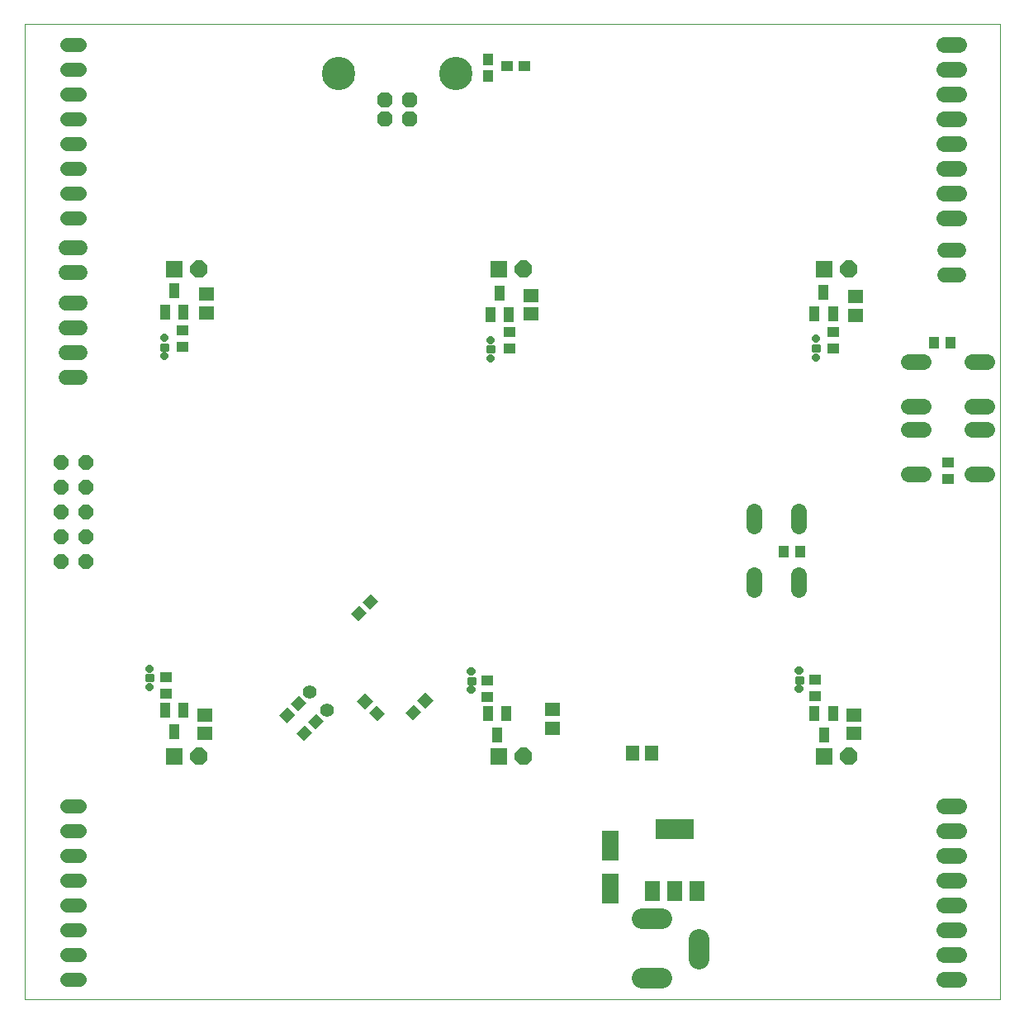
<source format=gbs>
G75*
%MOIN*%
%OFA0B0*%
%FSLAX24Y24*%
%IPPOS*%
%LPD*%
%AMOC8*
5,1,8,0,0,1.08239X$1,22.5*
%
%ADD10C,0.0000*%
%ADD11C,0.0560*%
%ADD12C,0.0640*%
%ADD13C,0.0827*%
%ADD14R,0.0631X0.0827*%
%ADD15R,0.1536X0.0827*%
%ADD16R,0.0700X0.0700*%
%ADD17OC8,0.0700*%
%ADD18C,0.0560*%
%ADD19R,0.0473X0.0434*%
%ADD20R,0.0552X0.0631*%
%ADD21R,0.0670X0.1221*%
%ADD22R,0.0434X0.0473*%
%ADD23OC8,0.0614*%
%ADD24C,0.1346*%
%ADD25R,0.0434X0.0591*%
%ADD26R,0.0631X0.0552*%
%ADD27C,0.0340*%
%ADD28C,0.0170*%
%ADD29OC8,0.0600*%
%ADD30C,0.0600*%
D10*
X001661Y002241D02*
X001661Y041611D01*
X041032Y041611D01*
X041032Y002241D01*
X001661Y002241D01*
D11*
X013166Y014646D03*
X013873Y013939D03*
D12*
X031114Y018791D02*
X031114Y019391D01*
X032894Y019391D02*
X032894Y018791D01*
X032894Y021351D02*
X032894Y021951D01*
X031114Y021951D02*
X031114Y021351D01*
X037357Y023465D02*
X037957Y023465D01*
X037957Y025245D02*
X037357Y025245D01*
X037345Y026197D02*
X037945Y026197D01*
X037945Y027977D02*
X037345Y027977D01*
X039905Y027977D02*
X040505Y027977D01*
X040505Y026197D02*
X039905Y026197D01*
X039917Y025245D02*
X040517Y025245D01*
X040517Y023465D02*
X039917Y023465D01*
X039363Y033780D02*
X038763Y033780D01*
X038763Y034780D02*
X039363Y034780D01*
X039363Y035780D02*
X038763Y035780D01*
X038763Y036780D02*
X039363Y036780D01*
X039363Y037780D02*
X038763Y037780D01*
X038763Y038780D02*
X039363Y038780D01*
X039363Y039780D02*
X038763Y039780D01*
X038763Y040780D02*
X039363Y040780D01*
X039363Y010072D02*
X038763Y010072D01*
X038763Y009072D02*
X039363Y009072D01*
X039363Y008072D02*
X038763Y008072D01*
X038763Y007072D02*
X039363Y007072D01*
X039363Y006072D02*
X038763Y006072D01*
X038763Y005072D02*
X039363Y005072D01*
X039363Y004072D02*
X038763Y004072D01*
X038763Y003072D02*
X039363Y003072D01*
D13*
X028874Y003906D02*
X028874Y004694D01*
X027378Y005520D02*
X026591Y005520D01*
X026591Y003119D02*
X027378Y003119D01*
D14*
X026996Y006627D03*
X027902Y006627D03*
X028807Y006627D03*
D15*
X027902Y009107D03*
D16*
X033937Y012044D03*
X020807Y012044D03*
X007717Y012044D03*
X007717Y031729D03*
X020807Y031729D03*
X033937Y031729D03*
D17*
X034937Y031729D03*
X021807Y031729D03*
X008717Y031729D03*
X008717Y012044D03*
X021807Y012044D03*
X034937Y012044D03*
D18*
X003890Y010072D02*
X003370Y010072D01*
X003370Y009072D02*
X003890Y009072D01*
X003890Y008072D02*
X003370Y008072D01*
X003370Y007072D02*
X003890Y007072D01*
X003890Y006072D02*
X003370Y006072D01*
X003370Y005072D02*
X003890Y005072D01*
X003890Y004072D02*
X003370Y004072D01*
X003370Y003072D02*
X003890Y003072D01*
X003890Y033780D02*
X003370Y033780D01*
X003370Y034780D02*
X003890Y034780D01*
X003890Y035780D02*
X003370Y035780D01*
X003370Y036780D02*
X003890Y036780D01*
X003890Y037780D02*
X003370Y037780D01*
X003370Y038780D02*
X003890Y038780D01*
X003890Y039780D02*
X003370Y039780D01*
X003370Y040780D02*
X003890Y040780D01*
D19*
X008047Y029269D03*
X008047Y028599D03*
G36*
X015958Y018329D02*
X015625Y017996D01*
X015318Y018303D01*
X015651Y018636D01*
X015958Y018329D01*
G37*
G36*
X015485Y017856D02*
X015152Y017523D01*
X014845Y017830D01*
X015178Y018163D01*
X015485Y017856D01*
G37*
G36*
X015426Y013969D02*
X015093Y014302D01*
X015400Y014609D01*
X015733Y014276D01*
X015426Y013969D01*
G37*
G36*
X015899Y013495D02*
X015566Y013828D01*
X015873Y014135D01*
X016206Y013802D01*
X015899Y013495D01*
G37*
G36*
X017050Y013834D02*
X017383Y014167D01*
X017690Y013860D01*
X017357Y013527D01*
X017050Y013834D01*
G37*
G36*
X017523Y014307D02*
X017856Y014640D01*
X018163Y014333D01*
X017830Y014000D01*
X017523Y014307D01*
G37*
X020354Y014461D03*
X020354Y015131D03*
G36*
X013114Y013469D02*
X013447Y013802D01*
X013754Y013495D01*
X013421Y013162D01*
X013114Y013469D01*
G37*
G36*
X012640Y012995D02*
X012973Y013328D01*
X013280Y013021D01*
X012947Y012688D01*
X012640Y012995D01*
G37*
G36*
X011932Y013712D02*
X012265Y014045D01*
X012572Y013738D01*
X012239Y013405D01*
X011932Y013712D01*
G37*
G36*
X012405Y014185D02*
X012738Y014518D01*
X013045Y014211D01*
X012712Y013878D01*
X012405Y014185D01*
G37*
X007362Y014576D03*
X007362Y015245D03*
X021228Y028517D03*
X021228Y029186D03*
X021158Y039918D03*
X021827Y039918D03*
X034299Y029202D03*
X034299Y028532D03*
X038953Y023918D03*
X038953Y023249D03*
X033591Y015170D03*
X033591Y014501D03*
D20*
X026961Y012198D03*
X026213Y012198D03*
D21*
X025323Y008450D03*
X025323Y006717D03*
D22*
X032315Y020320D03*
X032984Y020320D03*
X038386Y028769D03*
X039055Y028769D03*
X020362Y039536D03*
X020362Y040206D03*
D23*
X017197Y038564D03*
X017197Y037776D03*
X016213Y037776D03*
X016213Y038564D03*
D24*
X014335Y039631D03*
X019075Y039631D03*
D25*
X020850Y030765D03*
X020476Y029898D03*
X021224Y029898D03*
X033547Y029938D03*
X034295Y029938D03*
X033921Y030804D03*
X033555Y013780D03*
X034303Y013780D03*
X033929Y012914D03*
X021114Y013780D03*
X020366Y013780D03*
X020740Y012914D03*
X008083Y013938D03*
X007335Y013938D03*
X007709Y013072D03*
X008075Y029977D03*
X007327Y029977D03*
X007701Y030843D03*
D26*
X009016Y030717D03*
X009016Y029969D03*
X022126Y029910D03*
X022126Y030658D03*
X035197Y030619D03*
X035197Y029871D03*
X035134Y013725D03*
X035134Y012977D03*
X022969Y013194D03*
X022969Y013942D03*
X008953Y013725D03*
X008953Y012977D03*
D27*
X006716Y014864D02*
X006702Y014864D01*
X006716Y015602D02*
X006702Y015602D01*
X007304Y028210D02*
X007318Y028210D01*
X007304Y028949D02*
X007318Y028949D01*
X020469Y028870D02*
X020483Y028870D01*
X020469Y028131D02*
X020483Y028131D01*
X019704Y015484D02*
X019690Y015484D01*
X019690Y014746D02*
X019704Y014746D01*
X032926Y014785D02*
X032940Y014785D01*
X032926Y015524D02*
X032940Y015524D01*
X033611Y028171D02*
X033625Y028171D01*
X033611Y028909D02*
X033625Y028909D01*
D28*
X033718Y028455D02*
X033518Y028455D01*
X033518Y028625D01*
X033718Y028625D01*
X033718Y028455D01*
X033718Y028624D02*
X033518Y028624D01*
X020576Y028416D02*
X020376Y028416D01*
X020376Y028586D01*
X020576Y028586D01*
X020576Y028416D01*
X020576Y028585D02*
X020376Y028585D01*
X007411Y028495D02*
X007211Y028495D01*
X007211Y028665D01*
X007411Y028665D01*
X007411Y028495D01*
X007411Y028664D02*
X007211Y028664D01*
X006809Y015318D02*
X006609Y015318D01*
X006809Y015318D02*
X006809Y015148D01*
X006609Y015148D01*
X006609Y015318D01*
X006609Y015317D02*
X006809Y015317D01*
X019597Y015030D02*
X019797Y015030D01*
X019597Y015030D02*
X019597Y015200D01*
X019797Y015200D01*
X019797Y015030D01*
X019797Y015199D02*
X019597Y015199D01*
X032833Y015069D02*
X033033Y015069D01*
X032833Y015069D02*
X032833Y015239D01*
X033033Y015239D01*
X033033Y015069D01*
X033033Y015238D02*
X032833Y015238D01*
D29*
X004130Y019926D03*
X004130Y020926D03*
X003130Y020926D03*
X003130Y019926D03*
X003130Y021926D03*
X003130Y022926D03*
X003130Y023926D03*
X004130Y023926D03*
X004130Y022926D03*
X004130Y021926D03*
D30*
X003910Y027355D02*
X003350Y027355D01*
X003350Y028355D02*
X003910Y028355D01*
X003910Y029355D02*
X003350Y029355D01*
X003350Y030355D02*
X003910Y030355D01*
X003910Y031583D02*
X003350Y031583D01*
X003350Y032583D02*
X003910Y032583D01*
X038822Y032505D02*
X039382Y032505D01*
X039382Y031505D02*
X038822Y031505D01*
M02*

</source>
